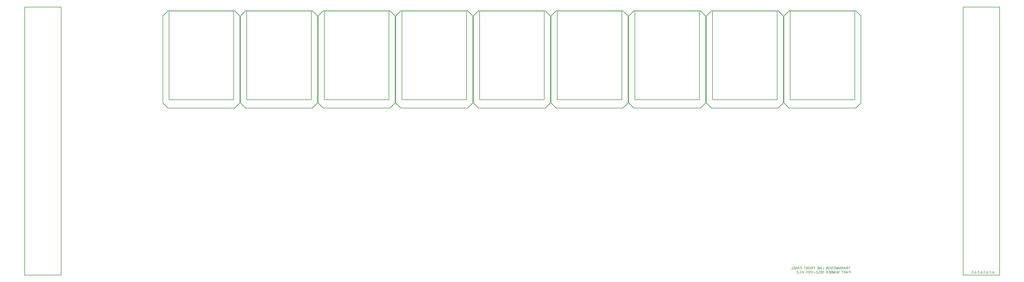
<source format=gbo>
G04 Layer: BottomSilkscreenLayer*
G04 EasyEDA v6.5.34, 2023-08-21 18:11:39*
G04 805bfda9492c465482fdd8471da23256,5a6b42c53f6a479593ecc07194224c93,10*
G04 Gerber Generator version 0.2*
G04 Scale: 100 percent, Rotated: No, Reflected: No *
G04 Dimensions in millimeters *
G04 leading zeros omitted , absolute positions ,4 integer and 5 decimal *
%FSLAX45Y45*%
%MOMM*%

%ADD10C,0.2032*%
%ADD11C,0.1520*%
%ADD12C,0.2540*%

%LPD*%
D10*
X40872308Y197289D02*
G01*
X40872308Y82745D01*
X40872308Y197289D02*
G01*
X40823217Y197289D01*
X40806855Y191836D01*
X40801399Y186382D01*
X40795945Y175473D01*
X40795945Y159108D01*
X40801399Y148199D01*
X40806855Y142745D01*
X40823217Y137289D01*
X40872308Y137289D01*
X40716308Y197289D02*
G01*
X40759943Y82745D01*
X40716308Y197289D02*
G01*
X40672672Y82745D01*
X40743581Y120926D02*
G01*
X40689037Y120926D01*
X40636672Y197289D02*
G01*
X40636672Y82745D01*
X40636672Y197289D02*
G01*
X40587582Y197289D01*
X40571219Y191836D01*
X40565763Y186382D01*
X40560309Y175473D01*
X40560309Y164564D01*
X40565763Y153654D01*
X40571219Y148199D01*
X40587582Y142745D01*
X40636672Y142745D01*
X40598491Y142745D02*
G01*
X40560309Y82745D01*
X40486126Y197289D02*
G01*
X40486126Y82745D01*
X40524309Y197289D02*
G01*
X40447945Y197289D01*
X40327945Y197289D02*
G01*
X40327945Y82745D01*
X40327945Y197289D02*
G01*
X40251583Y82745D01*
X40251583Y197289D02*
G01*
X40251583Y82745D01*
X40215581Y197289D02*
G01*
X40215581Y115473D01*
X40210127Y99108D01*
X40199218Y88199D01*
X40182855Y82745D01*
X40171946Y82745D01*
X40155581Y88199D01*
X40144674Y99108D01*
X40139218Y115473D01*
X40139218Y197289D01*
X40103219Y197289D02*
G01*
X40103219Y82745D01*
X40103219Y197289D02*
G01*
X40059582Y82745D01*
X40015947Y197289D02*
G01*
X40059582Y82745D01*
X40015947Y197289D02*
G01*
X40015947Y82745D01*
X39979945Y197289D02*
G01*
X39979945Y82745D01*
X39979945Y197289D02*
G01*
X39930854Y197289D01*
X39914492Y191836D01*
X39909038Y186382D01*
X39903582Y175473D01*
X39903582Y164564D01*
X39909038Y153654D01*
X39914492Y148199D01*
X39930854Y142745D01*
X39979945Y142745D02*
G01*
X39930854Y142745D01*
X39914492Y137289D01*
X39909038Y131836D01*
X39903582Y120926D01*
X39903582Y104564D01*
X39909038Y93654D01*
X39914492Y88199D01*
X39930854Y82745D01*
X39979945Y82745D01*
X39867583Y197289D02*
G01*
X39867583Y82745D01*
X39867583Y197289D02*
G01*
X39796674Y197289D01*
X39867583Y142745D02*
G01*
X39823946Y142745D01*
X39867583Y82745D02*
G01*
X39796674Y82745D01*
X39760674Y197289D02*
G01*
X39760674Y82745D01*
X39760674Y197289D02*
G01*
X39711584Y197289D01*
X39695219Y191836D01*
X39689765Y186382D01*
X39684309Y175473D01*
X39684309Y164564D01*
X39689765Y153654D01*
X39695219Y148199D01*
X39711584Y142745D01*
X39760674Y142745D01*
X39722493Y142745D02*
G01*
X39684309Y82745D01*
X39564309Y175473D02*
G01*
X39553400Y180926D01*
X39537038Y197289D01*
X39537038Y82745D01*
X39473766Y197289D02*
G01*
X39490129Y191836D01*
X39495582Y180926D01*
X39495582Y170017D01*
X39490129Y159108D01*
X39479220Y153654D01*
X39457401Y148199D01*
X39441038Y142745D01*
X39430129Y131836D01*
X39424676Y120926D01*
X39424676Y104564D01*
X39430129Y93654D01*
X39435582Y88199D01*
X39451948Y82745D01*
X39473766Y82745D01*
X39490129Y88199D01*
X39495582Y93654D01*
X39501038Y104564D01*
X39501038Y120926D01*
X39495582Y131836D01*
X39484675Y142745D01*
X39468310Y148199D01*
X39446492Y153654D01*
X39435582Y159108D01*
X39430129Y170017D01*
X39430129Y180926D01*
X39435582Y191836D01*
X39451948Y197289D01*
X39473766Y197289D01*
X39323220Y197289D02*
G01*
X39377764Y197289D01*
X39383220Y148199D01*
X39377764Y153654D01*
X39361402Y159108D01*
X39345039Y159108D01*
X39328674Y153654D01*
X39317764Y142745D01*
X39312311Y126382D01*
X39312311Y115473D01*
X39317764Y99108D01*
X39328674Y88199D01*
X39345039Y82745D01*
X39361402Y82745D01*
X39377764Y88199D01*
X39383220Y93654D01*
X39388674Y104564D01*
X39270856Y170017D02*
G01*
X39270856Y175473D01*
X39265402Y186382D01*
X39259946Y191836D01*
X39249040Y197289D01*
X39227221Y197289D01*
X39216312Y191836D01*
X39210856Y186382D01*
X39205402Y175473D01*
X39205402Y164564D01*
X39210856Y153654D01*
X39221765Y137289D01*
X39276312Y82745D01*
X39199947Y82745D01*
X39163947Y131836D02*
G01*
X39065766Y131836D01*
X38997039Y197289D02*
G01*
X39013401Y191836D01*
X39024311Y175473D01*
X39029766Y148199D01*
X39029766Y131836D01*
X39024311Y104564D01*
X39013401Y88199D01*
X38997039Y82745D01*
X38986129Y82745D01*
X38969767Y88199D01*
X38958857Y104564D01*
X38953401Y131836D01*
X38953401Y148199D01*
X38958857Y175473D01*
X38969767Y191836D01*
X38986129Y197289D01*
X38997039Y197289D01*
X38917402Y175473D02*
G01*
X38906493Y180926D01*
X38890130Y197289D01*
X38890130Y82745D01*
X38821403Y197289D02*
G01*
X38837765Y191836D01*
X38848675Y175473D01*
X38854131Y148199D01*
X38854131Y131836D01*
X38848675Y104564D01*
X38837765Y88199D01*
X38821403Y82745D01*
X38810493Y82745D01*
X38794131Y88199D01*
X38783221Y104564D01*
X38777765Y131836D01*
X38777765Y148199D01*
X38783221Y175473D01*
X38794131Y191836D01*
X38810493Y197289D01*
X38821403Y197289D01*
X38741766Y175473D02*
G01*
X38730857Y180926D01*
X38714494Y197289D01*
X38714494Y82745D01*
X38594494Y197289D02*
G01*
X38550857Y82745D01*
X38507222Y197289D02*
G01*
X38550857Y82745D01*
X38438495Y197289D02*
G01*
X38454858Y191836D01*
X38465767Y175473D01*
X38471223Y148199D01*
X38471223Y131836D01*
X38465767Y104564D01*
X38454858Y88199D01*
X38438495Y82745D01*
X38427586Y82745D01*
X38411223Y88199D01*
X38400314Y104564D01*
X38394858Y131836D01*
X38394858Y148199D01*
X38400314Y175473D01*
X38411223Y191836D01*
X38427586Y197289D01*
X38438495Y197289D01*
X38353403Y110017D02*
G01*
X38358859Y104564D01*
X38353403Y99108D01*
X38347949Y104564D01*
X38353403Y110017D01*
X38306494Y170017D02*
G01*
X38306494Y175473D01*
X38301041Y186382D01*
X38295585Y191836D01*
X38284678Y197289D01*
X38262859Y197289D01*
X38251950Y191836D01*
X38246494Y186382D01*
X38241041Y175473D01*
X38241041Y164564D01*
X38246494Y153654D01*
X38257403Y137289D01*
X38311950Y82745D01*
X38235585Y82745D01*
X40834127Y400489D02*
G01*
X40834127Y285945D01*
X40872308Y400489D02*
G01*
X40795945Y400489D01*
X40759943Y400489D02*
G01*
X40759943Y285945D01*
X40759943Y400489D02*
G01*
X40710853Y400489D01*
X40694490Y395036D01*
X40689037Y389582D01*
X40683581Y378673D01*
X40683581Y367764D01*
X40689037Y356854D01*
X40694490Y351399D01*
X40710853Y345945D01*
X40759943Y345945D01*
X40721762Y345945D02*
G01*
X40683581Y285945D01*
X40603944Y400489D02*
G01*
X40647581Y285945D01*
X40603944Y400489D02*
G01*
X40560310Y285945D01*
X40631219Y324126D02*
G01*
X40576672Y324126D01*
X40524309Y400489D02*
G01*
X40524309Y285945D01*
X40524309Y400489D02*
G01*
X40447945Y285945D01*
X40447945Y400489D02*
G01*
X40447945Y285945D01*
X40335581Y384126D02*
G01*
X40346490Y395036D01*
X40362855Y400489D01*
X40384674Y400489D01*
X40401036Y395036D01*
X40411946Y384126D01*
X40411946Y373217D01*
X40406490Y362308D01*
X40401036Y356854D01*
X40390127Y351399D01*
X40357399Y340489D01*
X40346490Y335036D01*
X40341036Y329582D01*
X40335581Y318673D01*
X40335581Y302308D01*
X40346490Y291399D01*
X40362855Y285945D01*
X40384674Y285945D01*
X40401036Y291399D01*
X40411946Y302308D01*
X40299581Y400489D02*
G01*
X40299581Y285945D01*
X40299581Y400489D02*
G01*
X40255946Y285945D01*
X40212309Y400489D02*
G01*
X40255946Y285945D01*
X40212309Y400489D02*
G01*
X40212309Y285945D01*
X40176309Y400489D02*
G01*
X40176309Y285945D01*
X40063945Y384126D02*
G01*
X40074855Y395036D01*
X40091220Y400489D01*
X40113036Y400489D01*
X40129401Y395036D01*
X40140310Y384126D01*
X40140310Y373217D01*
X40134854Y362308D01*
X40129401Y356854D01*
X40118492Y351399D01*
X40085764Y340489D01*
X40074855Y335036D01*
X40069401Y329582D01*
X40063945Y318673D01*
X40063945Y302308D01*
X40074855Y291399D01*
X40091220Y285945D01*
X40113036Y285945D01*
X40129401Y291399D01*
X40140310Y302308D01*
X39951583Y384126D02*
G01*
X39962493Y395036D01*
X39978855Y400489D01*
X40000674Y400489D01*
X40017037Y395036D01*
X40027946Y384126D01*
X40027946Y373217D01*
X40022492Y362308D01*
X40017037Y356854D01*
X40006127Y351399D01*
X39973399Y340489D01*
X39962493Y335036D01*
X39957037Y329582D01*
X39951583Y318673D01*
X39951583Y302308D01*
X39962493Y291399D01*
X39978855Y285945D01*
X40000674Y285945D01*
X40017037Y291399D01*
X40027946Y302308D01*
X39915581Y400489D02*
G01*
X39915581Y285945D01*
X39846857Y400489D02*
G01*
X39857763Y395036D01*
X39868673Y384126D01*
X39874129Y373217D01*
X39879582Y356854D01*
X39879582Y329582D01*
X39874129Y313217D01*
X39868673Y302308D01*
X39857763Y291399D01*
X39846857Y285945D01*
X39825038Y285945D01*
X39814129Y291399D01*
X39803219Y302308D01*
X39797763Y313217D01*
X39792310Y329582D01*
X39792310Y356854D01*
X39797763Y373217D01*
X39803219Y384126D01*
X39814129Y395036D01*
X39825038Y400489D01*
X39846857Y400489D01*
X39756311Y400489D02*
G01*
X39756311Y285945D01*
X39756311Y400489D02*
G01*
X39679946Y285945D01*
X39679946Y400489D02*
G01*
X39679946Y285945D01*
X39559946Y400489D02*
G01*
X39559946Y285945D01*
X39559946Y285945D02*
G01*
X39494493Y285945D01*
X39458493Y400489D02*
G01*
X39458493Y285945D01*
X39422494Y400489D02*
G01*
X39422494Y285945D01*
X39422494Y400489D02*
G01*
X39346129Y285945D01*
X39346129Y400489D02*
G01*
X39346129Y285945D01*
X39310129Y400489D02*
G01*
X39310129Y285945D01*
X39310129Y400489D02*
G01*
X39239220Y400489D01*
X39310129Y345945D02*
G01*
X39266492Y345945D01*
X39310129Y285945D02*
G01*
X39239220Y285945D01*
X39119220Y400489D02*
G01*
X39119220Y285945D01*
X39119220Y400489D02*
G01*
X39048311Y400489D01*
X39119220Y345945D02*
G01*
X39075583Y345945D01*
X39012312Y400489D02*
G01*
X39012312Y285945D01*
X39012312Y400489D02*
G01*
X38963221Y400489D01*
X38946858Y395036D01*
X38941402Y389582D01*
X38935949Y378673D01*
X38935949Y367764D01*
X38941402Y356854D01*
X38946858Y351399D01*
X38963221Y345945D01*
X39012312Y345945D01*
X38974130Y345945D02*
G01*
X38935949Y285945D01*
X38867222Y400489D02*
G01*
X38878131Y395036D01*
X38889040Y384126D01*
X38894494Y373217D01*
X38899947Y356854D01*
X38899947Y329582D01*
X38894494Y313217D01*
X38889040Y302308D01*
X38878131Y291399D01*
X38867222Y285945D01*
X38845403Y285945D01*
X38834494Y291399D01*
X38823585Y302308D01*
X38818131Y313217D01*
X38812675Y329582D01*
X38812675Y356854D01*
X38818131Y373217D01*
X38823585Y384126D01*
X38834494Y395036D01*
X38845403Y400489D01*
X38867222Y400489D01*
X38776676Y400489D02*
G01*
X38776676Y285945D01*
X38776676Y400489D02*
G01*
X38700313Y285945D01*
X38700313Y400489D02*
G01*
X38700313Y285945D01*
X38626130Y400489D02*
G01*
X38626130Y285945D01*
X38664311Y400489D02*
G01*
X38587949Y400489D01*
X38467949Y400489D02*
G01*
X38467949Y285945D01*
X38467949Y400489D02*
G01*
X38418858Y400489D01*
X38402496Y395036D01*
X38397040Y389582D01*
X38391586Y378673D01*
X38391586Y362308D01*
X38397040Y351399D01*
X38402496Y345945D01*
X38418858Y340489D01*
X38467949Y340489D01*
X38311950Y400489D02*
G01*
X38355584Y285945D01*
X38311950Y400489D02*
G01*
X38268313Y285945D01*
X38339222Y324126D02*
G01*
X38284678Y324126D01*
X38232313Y400489D02*
G01*
X38232313Y285945D01*
X38232313Y400489D02*
G01*
X38155951Y285945D01*
X38155951Y400489D02*
G01*
X38155951Y285945D01*
X38119949Y400489D02*
G01*
X38119949Y285945D01*
X38119949Y400489D02*
G01*
X38049042Y400489D01*
X38119949Y345945D02*
G01*
X38076314Y345945D01*
X38119949Y285945D02*
G01*
X38049042Y285945D01*
X38013040Y400489D02*
G01*
X38013040Y285945D01*
X38013040Y285945D02*
G01*
X37947587Y285945D01*
D11*
X47974143Y191551D02*
G01*
X47974143Y108424D01*
X47979340Y92837D01*
X47984534Y87642D01*
X47994925Y82448D01*
X48005316Y82448D01*
X48015707Y87642D01*
X48020904Y92837D01*
X48026099Y108424D01*
X48026099Y118816D01*
X47939853Y191551D02*
G01*
X47939853Y82448D01*
X47939853Y82448D02*
G01*
X47877509Y82448D01*
X47765286Y165574D02*
G01*
X47770483Y175966D01*
X47780874Y186357D01*
X47791263Y191551D01*
X47812045Y191551D01*
X47822436Y186357D01*
X47832827Y175966D01*
X47838024Y165574D01*
X47843219Y149987D01*
X47843219Y124010D01*
X47838024Y108424D01*
X47832827Y98033D01*
X47822436Y87642D01*
X47812045Y82448D01*
X47791263Y82448D01*
X47780874Y87642D01*
X47770483Y98033D01*
X47765286Y108424D01*
X47679043Y191551D02*
G01*
X47679043Y108424D01*
X47684237Y92837D01*
X47689434Y87642D01*
X47699823Y82448D01*
X47710214Y82448D01*
X47720605Y87642D01*
X47725802Y92837D01*
X47730996Y108424D01*
X47730996Y118816D01*
X47644753Y191551D02*
G01*
X47644753Y82448D01*
X47644753Y82448D02*
G01*
X47582406Y82448D01*
X47470184Y165574D02*
G01*
X47475381Y175966D01*
X47485772Y186357D01*
X47496163Y191551D01*
X47516943Y191551D01*
X47527334Y186357D01*
X47537725Y175966D01*
X47542922Y165574D01*
X47548116Y149987D01*
X47548116Y124010D01*
X47542922Y108424D01*
X47537725Y98033D01*
X47527334Y87642D01*
X47516943Y82448D01*
X47496163Y82448D01*
X47485772Y87642D01*
X47475381Y98033D01*
X47470184Y108424D01*
X47383941Y191551D02*
G01*
X47383941Y108424D01*
X47389135Y92837D01*
X47394332Y87642D01*
X47404723Y82448D01*
X47415114Y82448D01*
X47425503Y87642D01*
X47430700Y92837D01*
X47435894Y108424D01*
X47435894Y118816D01*
X47349651Y191551D02*
G01*
X47349651Y82448D01*
X47349651Y82448D02*
G01*
X47287304Y82448D01*
X47175084Y165574D02*
G01*
X47180279Y175966D01*
X47190670Y186357D01*
X47201061Y191551D01*
X47221843Y191551D01*
X47232234Y186357D01*
X47242623Y175966D01*
X47247820Y165574D01*
X47253014Y149987D01*
X47253014Y124010D01*
X47247820Y108424D01*
X47242623Y98033D01*
X47232234Y87642D01*
X47221843Y82448D01*
X47201061Y82448D01*
X47190670Y87642D01*
X47180279Y98033D01*
X47175084Y108424D01*
X47088839Y191551D02*
G01*
X47088839Y108424D01*
X47094033Y92837D01*
X47099230Y87642D01*
X47109621Y82448D01*
X47120012Y82448D01*
X47130403Y87642D01*
X47135597Y92837D01*
X47140794Y108424D01*
X47140794Y118816D01*
X47054549Y191551D02*
G01*
X47054549Y82448D01*
X47054549Y82448D02*
G01*
X46992204Y82448D01*
X46879982Y165574D02*
G01*
X46885176Y175966D01*
X46895567Y186357D01*
X46905959Y191551D01*
X46926741Y191551D01*
X46937132Y186357D01*
X46947523Y175966D01*
X46952717Y165574D01*
X46957914Y149987D01*
X46957914Y124010D01*
X46952717Y108424D01*
X46947523Y98033D01*
X46937132Y87642D01*
X46926741Y82448D01*
X46905959Y82448D01*
X46895567Y87642D01*
X46885176Y98033D01*
X46879982Y108424D01*
D12*
X30157610Y13115317D02*
G01*
X33459610Y13115317D01*
X33713610Y12861317D01*
X33713610Y8543317D01*
X33459610Y8289317D01*
X30157610Y8289317D01*
X29903610Y8543317D01*
X29903610Y12861317D01*
X30157610Y13115317D01*
X26314412Y13115317D02*
G01*
X29616412Y13115317D01*
X29870412Y12861317D01*
X29870412Y8543317D01*
X29616412Y8289317D01*
X26314412Y8289317D01*
X26060412Y8543317D01*
X26060412Y12861317D01*
X26314412Y13115317D01*
X18627991Y13115317D02*
G01*
X21929991Y13115317D01*
X22183991Y12861317D01*
X22183991Y8543317D01*
X21929991Y8289317D01*
X18627991Y8289317D01*
X18373991Y8543317D01*
X18373991Y12861317D01*
X18627991Y13115317D01*
X14784793Y13115317D02*
G01*
X18086793Y13115317D01*
X18340793Y12861317D01*
X18340793Y8543317D01*
X18086793Y8289317D01*
X14784793Y8289317D01*
X14530793Y8543317D01*
X14530793Y12861317D01*
X14784793Y13115317D01*
X10941596Y13115317D02*
G01*
X14243596Y13115317D01*
X14497596Y12861317D01*
X14497596Y8543317D01*
X14243596Y8289317D01*
X10941596Y8289317D01*
X10687596Y8543317D01*
X10687596Y12861317D01*
X10941596Y13115317D01*
X37844003Y13115317D02*
G01*
X41146003Y13115317D01*
X41400003Y12861317D01*
X41400003Y8543317D01*
X41146003Y8289317D01*
X37844003Y8289317D01*
X37590003Y8543317D01*
X37590003Y12861317D01*
X37844003Y13115317D01*
X34000803Y13115317D02*
G01*
X37302803Y13115317D01*
X37556803Y12861317D01*
X37556803Y8543317D01*
X37302803Y8289317D01*
X34000803Y8289317D01*
X33746803Y8543317D01*
X33746803Y12861317D01*
X34000803Y13115317D01*
X22471199Y13115317D02*
G01*
X25773199Y13115317D01*
X26027199Y12861317D01*
X26027199Y8543317D01*
X25773199Y8289317D01*
X22471199Y8289317D01*
X22217199Y8543317D01*
X22217199Y12861317D01*
X22471199Y13115317D01*
X7098393Y13115317D02*
G01*
X10400393Y13115317D01*
X10654393Y12861317D01*
X10654393Y8543317D01*
X10400393Y8289317D01*
X7098393Y8289317D01*
X6844393Y8543317D01*
X6844393Y12861317D01*
X7098393Y13115317D01*
X7149211Y13102615D02*
G01*
X10349204Y13102615D01*
X10349204Y8702624D01*
X7149211Y8702624D01*
X7149211Y13102615D01*
X10992408Y13102615D02*
G01*
X14192402Y13102615D01*
X14192402Y8702624D01*
X10992408Y8702624D01*
X10992408Y13102615D01*
X22522027Y13102615D02*
G01*
X25722021Y13102615D01*
X25722021Y8702624D01*
X22522027Y8702624D01*
X22522027Y13102615D01*
X34051621Y13102615D02*
G01*
X37251614Y13102615D01*
X37251614Y8702624D01*
X34051621Y8702624D01*
X34051621Y13102615D01*
X37894818Y13102615D02*
G01*
X41094812Y13102615D01*
X41094812Y8702624D01*
X37894818Y8702624D01*
X37894818Y13102615D01*
X0Y13299973D02*
G01*
X1799996Y13299973D01*
X1799996Y0D01*
X0Y0D01*
X0Y13299973D01*
X46463991Y13296900D02*
G01*
X48263987Y13296900D01*
X48263987Y-3073D01*
X46463991Y-3073D01*
X46463991Y13296900D01*
X14835606Y13102615D02*
G01*
X18035600Y13102615D01*
X18035600Y8702624D01*
X14835606Y8702624D01*
X14835606Y13102615D01*
X18678804Y13102615D02*
G01*
X21878798Y13102615D01*
X21878798Y8702624D01*
X18678804Y8702624D01*
X18678804Y13102615D01*
X26365225Y13102615D02*
G01*
X29565219Y13102615D01*
X29565219Y8702624D01*
X26365225Y8702624D01*
X26365225Y13102615D01*
X30208423Y13102615D02*
G01*
X33408416Y13102615D01*
X33408416Y8702624D01*
X30208423Y8702624D01*
X30208423Y13102615D01*
M02*

</source>
